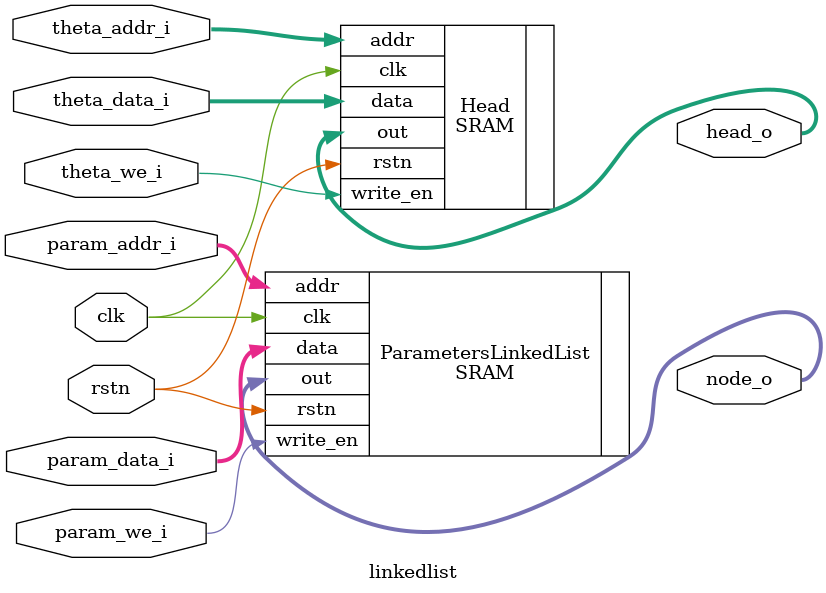
<source format=v>
module linkedlist
    (
        input clk, rstn,
        input theta_we_i,
        input param_we_i,
        input [7:0] theta_addr_i,   //2^8, 0~180
        input [11:0] theta_data_i,  //2^12, Capacity of Parameter SRAM is 4096
        input [11:0] param_addr_i,
        input [31:0] param_data_i,
        output [11:0] head_o,
        output [31:0] node_o
    );

    SRAM #(
             .ADDR_SIZE(8),
             .DATA_WIDTH(12)
         ) Head (
             .clk(clk),
             .rstn(rstn),
             .write_en(theta_we_i),
             .addr(theta_addr_i),
             .data(theta_data_i),
             .out(head_o)
         );

    SRAM #(
             .ADDR_SIZE(12),
             .DATA_WIDTH(32)
         ) ParametersLinkedList (
             .clk(clk),
             .rstn(rstn),
             .write_en(param_we_i),
             .addr(param_addr_i),
             .data(param_data_i),
             .out(node_o)
         );

endmodule


</source>
